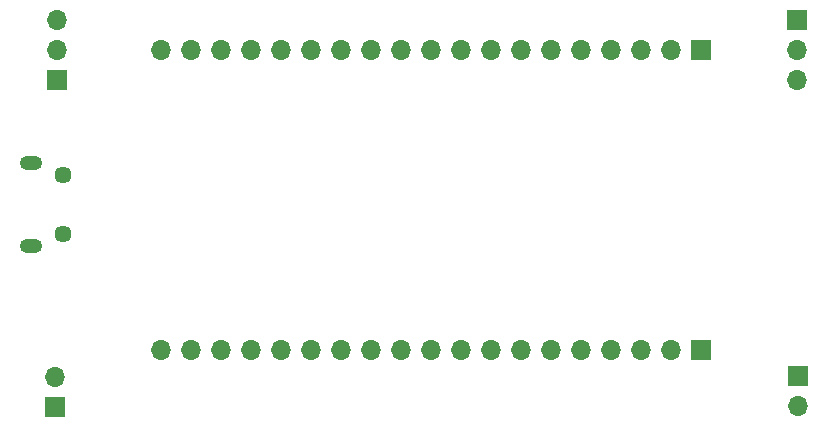
<source format=gbs>
G04 #@! TF.GenerationSoftware,KiCad,Pcbnew,(6.0.7)*
G04 #@! TF.CreationDate,2022-07-30T13:25:09+08:00*
G04 #@! TF.ProjectId,remote-switch,72656d6f-7465-42d7-9377-697463682e6b,rev?*
G04 #@! TF.SameCoordinates,Original*
G04 #@! TF.FileFunction,Soldermask,Bot*
G04 #@! TF.FilePolarity,Negative*
%FSLAX46Y46*%
G04 Gerber Fmt 4.6, Leading zero omitted, Abs format (unit mm)*
G04 Created by KiCad (PCBNEW (6.0.7)) date 2022-07-30 13:25:09*
%MOMM*%
%LPD*%
G01*
G04 APERTURE LIST*
%ADD10R,1.700000X1.700000*%
%ADD11O,1.700000X1.700000*%
%ADD12C,1.450000*%
%ADD13O,1.900000X1.200000*%
G04 APERTURE END LIST*
D10*
X155300000Y-112460000D03*
D11*
X155300000Y-115000000D03*
X155300000Y-117540000D03*
D10*
X147200000Y-115000000D03*
D11*
X144660000Y-115000000D03*
X142120000Y-115000000D03*
X139580000Y-115000000D03*
X137040000Y-115000000D03*
X134500000Y-115000000D03*
X131960000Y-115000000D03*
X129420000Y-115000000D03*
X126880000Y-115000000D03*
X124340000Y-115000000D03*
X121800000Y-115000000D03*
X119260000Y-115000000D03*
X116720000Y-115000000D03*
X114180000Y-115000000D03*
X111640000Y-115000000D03*
X109100000Y-115000000D03*
X106560000Y-115000000D03*
X104020000Y-115000000D03*
X101480000Y-115000000D03*
D10*
X92500000Y-145200000D03*
D11*
X92500000Y-142660000D03*
D12*
X93152500Y-130600000D03*
D13*
X90452500Y-131600000D03*
X90452500Y-124600000D03*
D12*
X93152500Y-125600000D03*
D10*
X155400000Y-142600000D03*
D11*
X155400000Y-145140000D03*
D10*
X147200000Y-140400000D03*
D11*
X144660000Y-140400000D03*
X142120000Y-140400000D03*
X139580000Y-140400000D03*
X137040000Y-140400000D03*
X134500000Y-140400000D03*
X131960000Y-140400000D03*
X129420000Y-140400000D03*
X126880000Y-140400000D03*
X124340000Y-140400000D03*
X121800000Y-140400000D03*
X119260000Y-140400000D03*
X116720000Y-140400000D03*
X114180000Y-140400000D03*
X111640000Y-140400000D03*
X109100000Y-140400000D03*
X106560000Y-140400000D03*
X104020000Y-140400000D03*
X101480000Y-140400000D03*
D10*
X92675000Y-117525000D03*
D11*
X92675000Y-114985000D03*
X92675000Y-112445000D03*
M02*

</source>
